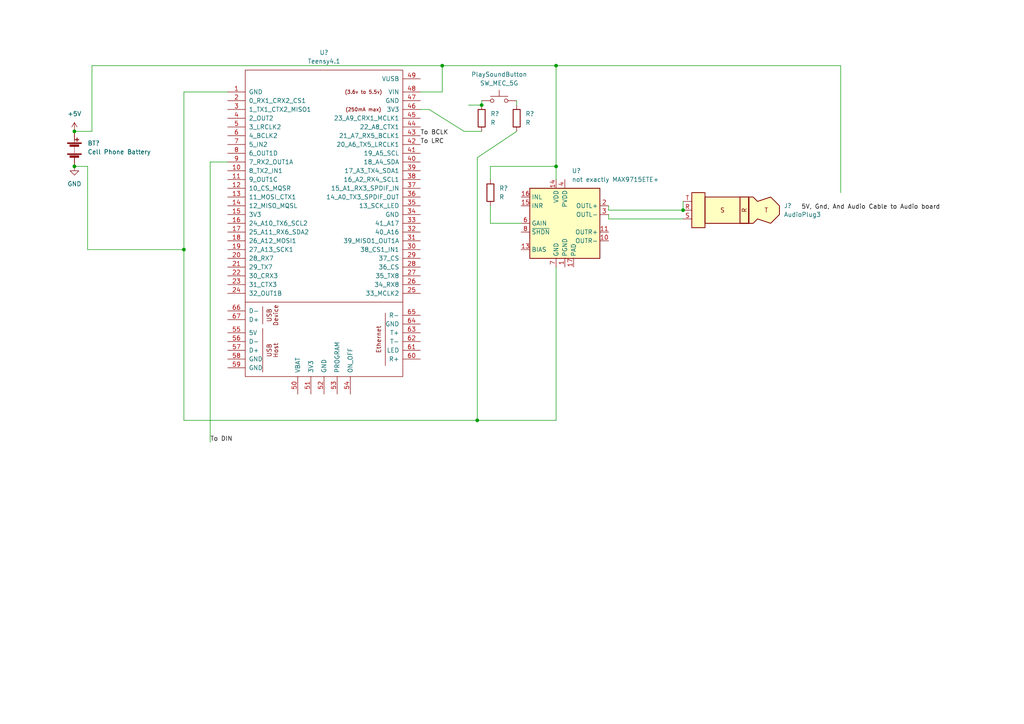
<source format=kicad_sch>
(kicad_sch (version 20211123) (generator eeschema)
  (paper "A4")
  (lib_symbols
    (symbol "Amplifier_Audio:MAX9715ETE+"
      (property "Reference" "U" (at -7.62 11.43 0))
      (property "Value" "MAX9715ETE+" (at 8.89 11.43 0))
      (symbol "MAX9715ETE+_0_1"
        (rectangle (start -10.16 10.16) (end 10.16 -10.16) (stroke (width 0.254)) (fill (type background)))
      )
      (symbol "MAX9715ETE+_1_1"
        (pin power_in line (at 0 -12.7 90) (length 2.54) (name "PGND") (number "1"))
        (pin output line (at 12.7 -5.08 180) (length 2.54) (name "OUTR-") (number "10"))
        (pin output line (at 12.7 -2.54 180) (length 2.54) (name "OUTR+") (number "11"))
        (pin passive line (at 0 -12.7 90) (length 2.54) hide (name "PGND") (number "12"))
        (pin passive line (at -12.7 -7.62 0) (length 2.54) (name "BIAS") (number "13"))
        (pin power_in line (at -2.54 12.7 270) (length 2.54) (name "VDD") (number "14"))
        (pin input line (at -12.7 5.08 0) (length 2.54) (name "INR") (number "15"))
        (pin input line (at -12.7 7.62 0) (length 2.54) (name "INL") (number "16"))
        (pin passive line (at 2.54 -12.7 90) (length 2.54) (name "PAD") (number "17"))
        (pin output line (at 12.7 5.08 180) (length 2.54) (name "OUTL+") (number "2"))
        (pin output line (at 12.7 2.54 180) (length 2.54) (name "OUTL-") (number "3"))
        (pin power_in line (at 0 12.7 270) (length 2.54) (name "PVDD") (number "4"))
        (pin no_connect line (at 12.7 0 180) (length 2.54) hide (name "NC") (number "5"))
        (pin input line (at -12.7 0 0) (length 2.54) (name "GAIN") (number "6"))
        (pin power_in line (at -2.54 -12.7 90) (length 2.54) (name "GND") (number "7"))
        (pin input line (at -12.7 -2.54 0) (length 2.54) (name "~{SHDN}") (number "8"))
        (pin passive line (at 0 12.7 270) (length 2.54) hide (name "PVDD") (number "9"))
      )
    )
    (symbol "Connector:AudioPlug3"
      (property "Reference" "J" (at 1.27 6.35 0))
      (property "Value" "AudioPlug3" (at 1.27 -6.35 0))
      (symbol "AudioPlug3_0_0"
        (text "R" (at -2.54 0 900) (effects (font (size 1.27 1.27))))
      )
      (symbol "AudioPlug3_0_1"
        (rectangle (start -3.81 3.81) (end -1.27 -3.81) (stroke (width 0.254)))
        (rectangle (start -1.27 -1.27) (end -1.27 -1.27))
      )
      (symbol "AudioPlug3_1_0"
        (text "S" (at 3.81 0 0) (effects (font (size 1.27 1.27))))
        (text "T" (at -8.89 0 0) (effects (font (size 1.27 1.27))))
      )
      (symbol "AudioPlug3_1_1"
        (rectangle (start -3.81 3.81) (end 8.89 -3.81) (stroke (width 0.254)) (fill (type background)))
        (polyline (pts (xy -3.81 3.81) (xy -5.08 3.81) (xy -6.35 2.54) (xy -10.16 3.81) (xy -12.7 1.27) (xy -12.7 -1.27) (xy -10.16 -3.81) (xy -6.35 -2.54) (xy -5.08 -3.81) (xy -3.81 -3.81) (xy -3.81 3.81)) (stroke (width 0.254)) (fill (type background)))
        (rectangle (start 12.7 5.08) (end 8.89 -5.08) (stroke (width 0.254)) (fill (type background)))
        (pin passive line (at 15.24 0 180) (length 2.54) (name "~") (number "R"))
        (pin passive line (at 15.24 2.54 180) (length 2.54) (name "~") (number "S"))
        (pin passive line (at 15.24 -2.54 180) (length 2.54) (name "~") (number "T"))
      )
    )
    (symbol "Device:Battery" (pin_numbers hide) (pin_names (offset 0) hide)
      (property "Reference" "BT" (at 2.54 2.54 0))
      (property "Value" "Battery" (at 2.54 0 0))
      (symbol "Battery_0_1"
        (rectangle (start -2.032 -1.397) (end 2.032 -1.651) (fill (type outline)))
        (rectangle (start -2.032 1.778) (end 2.032 1.524) (fill (type outline)))
        (rectangle (start -1.3208 -1.9812) (end 1.27 -2.4892) (fill (type outline)))
        (rectangle (start -1.3208 1.1938) (end 1.27 0.6858) (fill (type outline)))
        (polyline (pts (xy 0 -1.524) (xy 0 -1.27)))
        (polyline (pts (xy 0 -1.016) (xy 0 -0.762)))
        (polyline (pts (xy 0 -0.508) (xy 0 -0.254)))
        (polyline (pts (xy 0 0) (xy 0 0.254)))
        (polyline (pts (xy 0 0.508) (xy 0 0.762)))
        (polyline (pts (xy 0 1.778) (xy 0 2.54)))
        (polyline (pts (xy 0.254 2.667) (xy 1.27 2.667)) (stroke (width 0.254)))
        (polyline (pts (xy 0.762 3.175) (xy 0.762 2.159)) (stroke (width 0.254)))
      )
      (symbol "Battery_1_1"
        (pin passive line (at 0 5.08 270) (length 2.54) (name "+") (number "1"))
        (pin passive line (at 0 -5.08 90) (length 2.54) (name "-") (number "2"))
      )
    )
    (symbol "Device:R" (pin_numbers hide) (pin_names (offset 0))
      (property "Reference" "R" (at 2.032 0 90))
      (property "Value" "R" (at 0 0 90))
      (symbol "R_0_1"
        (rectangle (start -1.016 -2.54) (end 1.016 2.54) (stroke (width 0.254)))
      )
      (symbol "R_1_1"
        (pin passive line (at 0 3.81 270) (length 1.27) (name "~") (number "1"))
        (pin passive line (at 0 -3.81 90) (length 1.27) (name "~") (number "2"))
      )
    )
    (symbol "Switch:SW_MEC_5G" (pin_numbers hide) (pin_names (offset 1.016) hide)
      (property "Reference" "SW" (at 1.27 2.54 0))
      (property "Value" "SW_MEC_5G" (at 0 -1.524 0))
      (symbol "SW_MEC_5G_0_1"
        (circle (center -2.032 0) (radius 0.508))
        (polyline (pts (xy 0 1.27) (xy 0 3.048)))
        (polyline (pts (xy 2.54 1.27) (xy -2.54 1.27)))
        (circle (center 2.032 0) (radius 0.508))
        (pin passive line (at -5.08 0 0) (length 2.54) (name "A") (number "1"))
        (pin passive line (at 5.08 0 180) (length 2.54) (name "B") (number "3"))
      )
      (symbol "SW_MEC_5G_1_1"
        (pin passive line (at -5.08 0 0) (length 2.54) hide (name "A") (number "2"))
        (pin passive line (at 5.08 0 180) (length 2.54) hide (name "B") (number "4"))
      )
    )
    (symbol "power:+5V" (power) (pin_names (offset 0))
      (property "Value" "+5V" (at 0 3.556 0))
      (symbol "+5V_0_1"
        (polyline (pts (xy -0.762 1.27) (xy 0 2.54)))
        (polyline (pts (xy 0 0) (xy 0 2.54)))
        (polyline (pts (xy 0 2.54) (xy 0.762 1.27)))
      )
      (symbol "+5V_1_1"
        (pin power_in line (at 0 0 90) (length 0) hide (name "+5V") (number "1"))
      )
    )
    (symbol "power:GND" (power) (pin_names (offset 0))
      (property "Value" "GND" (at 0 -3.81 0))
      (symbol "GND_0_1"
        (polyline (pts (xy 0 0) (xy 0 -1.27) (xy 1.27 -1.27) (xy 0 -2.54) (xy -1.27 -1.27) (xy 0 -1.27)))
      )
      (symbol "GND_1_1"
        (pin power_in line (at 0 0 270) (length 0) hide (name "GND") (number "1"))
      )
    )
    (symbol "teensy:Teensy4.1" (pin_names (offset 1.016))
      (property "Reference" "U" (at 0 64.77 0))
      (property "Value" "Teensy4.1" (at 0 62.23 0))
      (symbol "Teensy4.1_0_0"
        (polyline (pts (xy -22.86 -6.35) (xy 22.86 -6.35)))
        (polyline (pts (xy -17.78 -26.67) (xy -17.78 -13.97)))
        (polyline (pts (xy -17.78 -7.62) (xy -17.78 -12.7)))
        (polyline (pts (xy 17.78 -9.525) (xy 17.78 -24.765)))
        (text "(250mA max)" (at 11.43 49.53 0) (effects (font (size 1.016 1.016))))
        (text "(3.6v to 5.5v)" (at 11.43 54.61 0) (effects (font (size 1.016 1.016))))
        (text "Device" (at -13.97 -10.16 900) (effects (font (size 1.27 1.27))))
        (text "Ethernet" (at 15.875 -17.145 900) (effects (font (size 1.27 1.27))))
        (text "Host" (at -13.97 -20.32 900) (effects (font (size 1.27 1.27))))
        (text "USB" (at -15.875 -20.32 900) (effects (font (size 1.27 1.27))))
        (text "USB" (at -15.875 -10.16 900) (effects (font (size 1.27 1.27))))
        (pin bidirectional line (at -27.94 31.75 0) (length 5.08) (name "8_TX2_IN1") (number "10"))
        (pin bidirectional line (at -27.94 29.21 0) (length 5.08) (name "9_OUT1C") (number "11"))
        (pin bidirectional line (at -27.94 26.67 0) (length 5.08) (name "10_CS_MQSR") (number "12"))
        (pin bidirectional line (at -27.94 24.13 0) (length 5.08) (name "11_MOSI_CTX1") (number "13"))
        (pin bidirectional line (at -27.94 21.59 0) (length 5.08) (name "12_MISO_MQSL") (number "14"))
        (pin power_in line (at -27.94 19.05 0) (length 5.08) (name "3V3") (number "15"))
        (pin bidirectional line (at -27.94 16.51 0) (length 5.08) (name "24_A10_TX6_SCL2") (number "16"))
        (pin bidirectional line (at -27.94 13.97 0) (length 5.08) (name "25_A11_RX6_SDA2") (number "17"))
        (pin bidirectional line (at -27.94 11.43 0) (length 5.08) (name "26_A12_MOSI1") (number "18"))
        (pin bidirectional line (at -27.94 8.89 0) (length 5.08) (name "27_A13_SCK1") (number "19"))
        (pin bidirectional line (at -27.94 6.35 0) (length 5.08) (name "28_RX7") (number "20"))
        (pin bidirectional line (at -27.94 3.81 0) (length 5.08) (name "29_TX7") (number "21"))
        (pin bidirectional line (at -27.94 1.27 0) (length 5.08) (name "30_CRX3") (number "22"))
        (pin bidirectional line (at -27.94 -1.27 0) (length 5.08) (name "31_CTX3") (number "23"))
        (pin bidirectional line (at -27.94 -3.81 0) (length 5.08) (name "32_OUT1B") (number "24"))
        (pin bidirectional line (at 27.94 -3.81 180) (length 5.08) (name "33_MCLK2") (number "25"))
        (pin bidirectional line (at 27.94 -1.27 180) (length 5.08) (name "34_RX8") (number "26"))
        (pin bidirectional line (at 27.94 1.27 180) (length 5.08) (name "35_TX8") (number "27"))
        (pin bidirectional line (at 27.94 3.81 180) (length 5.08) (name "36_CS") (number "28"))
        (pin bidirectional line (at 27.94 6.35 180) (length 5.08) (name "37_CS") (number "29"))
        (pin bidirectional line (at 27.94 8.89 180) (length 5.08) (name "38_CS1_IN1") (number "30"))
        (pin bidirectional line (at 27.94 11.43 180) (length 5.08) (name "39_MISO1_OUT1A") (number "31"))
        (pin bidirectional line (at 27.94 13.97 180) (length 5.08) (name "40_A16") (number "32"))
        (pin bidirectional line (at 27.94 16.51 180) (length 5.08) (name "41_A17") (number "33"))
        (pin bidirectional line (at 27.94 21.59 180) (length 5.08) (name "13_SCK_LED") (number "35"))
        (pin bidirectional line (at 27.94 24.13 180) (length 5.08) (name "14_A0_TX3_SPDIF_OUT") (number "36"))
        (pin bidirectional line (at 27.94 26.67 180) (length 5.08) (name "15_A1_RX3_SPDIF_IN") (number "37"))
        (pin bidirectional line (at 27.94 29.21 180) (length 5.08) (name "16_A2_RX4_SCL1") (number "38"))
        (pin bidirectional line (at 27.94 31.75 180) (length 5.08) (name "17_A3_TX4_SDA1") (number "39"))
        (pin bidirectional line (at 27.94 34.29 180) (length 5.08) (name "18_A4_SDA") (number "40"))
        (pin bidirectional line (at 27.94 36.83 180) (length 5.08) (name "19_A5_SCL") (number "41"))
        (pin bidirectional line (at 27.94 39.37 180) (length 5.08) (name "20_A6_TX5_LRCLK1") (number "42"))
        (pin bidirectional line (at 27.94 41.91 180) (length 5.08) (name "21_A7_RX5_BCLK1") (number "43"))
        (pin bidirectional line (at 27.94 44.45 180) (length 5.08) (name "22_A8_CTX1") (number "44"))
        (pin bidirectional line (at 27.94 46.99 180) (length 5.08) (name "23_A9_CRX1_MCLK1") (number "45"))
        (pin output line (at 27.94 49.53 180) (length 5.08) (name "3V3") (number "46"))
        (pin output line (at 27.94 52.07 180) (length 5.08) (name "GND") (number "47"))
        (pin power_in line (at 27.94 54.61 180) (length 5.08) (name "VIN") (number "48"))
        (pin power_out line (at 27.94 58.42 180) (length 5.08) (name "VUSB") (number "49"))
        (pin bidirectional line (at -27.94 44.45 0) (length 5.08) (name "3_LRCLK2") (number "5"))
        (pin power_in line (at -7.62 -33.02 90) (length 5.08) (name "VBAT") (number "50"))
        (pin power_in line (at -3.81 -33.02 90) (length 5.08) (name "3V3") (number "51"))
        (pin input line (at 0 -33.02 90) (length 5.08) (name "GND") (number "52"))
        (pin input line (at 3.81 -33.02 90) (length 5.08) (name "PROGRAM") (number "53"))
        (pin input line (at 7.62 -33.02 90) (length 5.08) (name "ON_OFF") (number "54"))
        (pin power_out line (at -27.94 -15.24 0) (length 5.08) (name "5V") (number "55"))
        (pin bidirectional line (at -27.94 -17.78 0) (length 5.08) (name "D-") (number "56"))
        (pin bidirectional line (at -27.94 -20.32 0) (length 5.08) (name "D+") (number "57"))
        (pin power_in line (at -27.94 -22.86 0) (length 5.08) (name "GND") (number "58"))
        (pin power_in line (at -27.94 -25.4 0) (length 5.08) (name "GND") (number "59"))
        (pin bidirectional line (at -27.94 41.91 0) (length 5.08) (name "4_BCLK2") (number "6"))
        (pin bidirectional line (at 27.94 -22.86 180) (length 5.08) (name "R+") (number "60"))
        (pin bidirectional line (at 27.94 -20.32 180) (length 5.08) (name "LED") (number "61"))
        (pin bidirectional line (at 27.94 -17.78 180) (length 5.08) (name "T-") (number "62"))
        (pin bidirectional line (at 27.94 -15.24 180) (length 5.08) (name "T+") (number "63"))
        (pin power_in line (at 27.94 -12.7 180) (length 5.08) (name "GND") (number "64"))
        (pin bidirectional line (at 27.94 -10.16 180) (length 5.08) (name "R-") (number "65"))
        (pin bidirectional line (at -27.94 -8.89 0) (length 5.08) (name "D-") (number "66"))
        (pin bidirectional line (at -27.94 -11.43 0) (length 5.08) (name "D+") (number "67"))
        (pin bidirectional line (at -27.94 39.37 0) (length 5.08) (name "5_IN2") (number "7"))
        (pin bidirectional line (at -27.94 36.83 0) (length 5.08) (name "6_OUT1D") (number "8"))
        (pin bidirectional line (at -27.94 34.29 0) (length 5.08) (name "7_RX2_OUT1A") (number "9"))
      )
      (symbol "Teensy4.1_0_1"
        (rectangle (start -22.86 60.96) (end 22.86 -27.94))
        (rectangle (start -20.32 -1.27) (end -20.32 -1.27))
      )
      (symbol "Teensy4.1_1_1"
        (pin power_in line (at -27.94 54.61 0) (length 5.08) (name "GND") (number "1"))
        (pin bidirectional line (at -27.94 52.07 0) (length 5.08) (name "0_RX1_CRX2_CS1") (number "2"))
        (pin bidirectional line (at -27.94 49.53 0) (length 5.08) (name "1_TX1_CTX2_MISO1") (number "3"))
        (pin power_in line (at 27.94 19.05 180) (length 5.08) (name "GND") (number "34"))
        (pin bidirectional line (at -27.94 46.99 0) (length 5.08) (name "2_OUT2") (number "4"))
      )
    )
  )
  (junction (at 53.34 72.39))
  (junction (at 161.29 19.05))
  (junction (at 139.7 30.48))
  (junction (at 161.29 48.26))
  (junction (at 21.59 38.1))
  (junction (at 128.27 19.05))
  (junction (at 138.43 121.92))
  (junction (at 21.59 48.26))
  (junction (at 198.12 60.96))
  (wire (pts (xy 139.7 38.1) (xy 134.62 38.1)))
  (wire (pts (xy 25.4 48.26) (xy 21.59 48.26)))
  (wire (pts (xy 198.12 60.96) (xy 198.12 58.42)))
  (wire (pts (xy 198.12 63.5) (xy 176.53 63.5)))
  (wire (pts (xy 243.84 19.05) (xy 243.84 55.88)))
  (wire (pts (xy 151.13 64.77) (xy 142.24 64.77)))
  (wire (pts (xy 128.27 19.05) (xy 26.67 19.05)))
  (wire (pts (xy 53.34 121.92) (xy 138.43 121.92)))
  (wire (pts (xy 128.27 26.67) (xy 128.27 19.05)))
  (wire (pts (xy 149.86 29.21) (xy 149.86 30.48)))
  (wire (pts (xy 26.67 38.1) (xy 21.59 38.1)))
  (wire (pts (xy 138.43 121.92) (xy 161.29 121.92)))
  (wire (pts (xy 53.34 26.67) (xy 53.34 72.39)))
  (wire (pts (xy 139.7 29.21) (xy 139.7 30.48)))
  (wire (pts (xy 121.92 26.67) (xy 128.27 26.67)))
  (wire (pts (xy 138.43 45.72) (xy 138.43 121.92)))
  (wire (pts (xy 124.46 31.75) (xy 121.92 31.75)))
  (wire (pts (xy 142.24 59.69) (xy 142.24 64.77)))
  (wire (pts (xy 142.24 48.26) (xy 161.29 48.26)))
  (wire (pts (xy 26.67 19.05) (xy 26.67 38.1)))
  (wire (pts (xy 176.53 63.5) (xy 176.53 62.23)))
  (wire (pts (xy 134.62 38.1) (xy 124.46 31.75)))
  (wire (pts (xy 25.4 72.39) (xy 53.34 72.39)))
  (wire (pts (xy 53.34 72.39) (xy 53.34 121.92)))
  (wire (pts (xy 161.29 19.05) (xy 243.84 19.05)))
  (wire (pts (xy 161.29 19.05) (xy 161.29 48.26)))
  (wire (pts (xy 142.24 52.07) (xy 142.24 48.26)))
  (wire (pts (xy 66.04 46.99) (xy 60.96 46.99)))
  (wire (pts (xy 176.53 60.96) (xy 198.12 60.96)))
  (wire (pts (xy 138.43 45.72) (xy 149.86 38.1)))
  (wire (pts (xy 128.27 19.05) (xy 161.29 19.05)))
  (wire (pts (xy 161.29 48.26) (xy 161.29 52.07)))
  (wire (pts (xy 66.04 26.67) (xy 53.34 26.67)))
  (wire (pts (xy 60.96 46.99) (xy 60.96 128.27)))
  (wire (pts (xy 161.29 121.92) (xy 161.29 77.47)))
  (wire (pts (xy 176.53 60.96) (xy 176.53 59.69)))
  (wire (pts (xy 139.7 30.48) (xy 135.89 30.48)))
  (wire (pts (xy 25.4 48.26) (xy 25.4 72.39)))
  (label "To LRC" (at 121.92 41.91 0))
  (label "5V, Gnd, And Audio Cable to Audio board" (at 232.41 60.96 0))
  (label "To DIN" (at 60.96 128.27 0))
  (label "To BCLK" (at 121.92 39.37 0))
  (symbol (lib_id "power:+5V") (at 21.59 38.1 0) (unit 1)
    (property "Reference" "#PWR?" (effects hide))
    (property "Value" "+5V" (at 21.59 33.02 0))
  )
  (symbol (lib_id "Switch:SW_MEC_5G") (at 144.78 29.21 0) (unit 1)
    (property "Reference" "PlaySoundButton" (at 144.78 21.59 0))
    (property "Value" "SW_MEC_5G" (at 144.78 24.13 0))
    (property "Datasheet" "http://www.apem.com/int/index.php?controller=attachment&id_attachment=488" (effects hide))
  )
  (symbol (lib_id "Device:R") (at 149.86 34.29 0) (unit 1)
    (property "Reference" "R?" (at 152.4 33.0199 0) (effects (justify left)))
    (property "Value" "R" (at 152.4 35.5599 0) (effects (justify left)))
  )
  (symbol (lib_id "Connector:AudioPlug3") (at 213.36 60.96 180) (unit 1)
    (property "Reference" "J?" (at 227.33 59.6899 0) (effects (justify right)))
    (property "Value" "AudioPlug3" (at 227.33 62.2299 0) (effects (justify right)))
  )
  (symbol (lib_id "Device:R") (at 142.24 55.88 0) (unit 1)
    (property "Reference" "R?" (at 144.78 54.6099 0) (effects (justify left)))
    (property "Value" "R" (at 144.78 57.1499 0) (effects (justify left)))
  )
  (symbol (lib_id "power:GND") (at 21.59 48.26 0) (unit 1)
    (property "Reference" "#PWR?" (effects hide))
    (property "Value" "GND" (at 21.59 53.34 0))
  )
  (symbol (lib_id "Device:Battery") (at 21.59 43.18 0) (unit 1)
    (property "Reference" "BT?" (at 25.4 41.5289 0) (effects (justify left)))
    (property "Value" "Cell Phone Battery" (at 25.4 44.0689 0) (effects (justify left)))
  )
  (symbol (lib_id "teensy:Teensy4.1") (at 93.98 81.28 0) (unit 1)
    (property "Reference" "U?" (at 93.98 15.24 0))
    (property "Value" "Teensy4.1" (at 93.98 17.78 0))
  )
  (symbol (lib_id "Device:R") (at 139.7 34.29 0) (unit 1)
    (property "Reference" "R?" (at 142.24 33.0199 0) (effects (justify left)))
    (property "Value" "R" (at 142.24 35.5599 0) (effects (justify left)))
  )
  (symbol (lib_id "Amplifier_Audio:MAX9715ETE+") (at 163.83 64.77 0) (unit 1)
    (property "Reference" "U?" (at 165.8494 49.53 0) (effects (justify left)))
    (property "Value" "not exactly MAX9715ETE+" (at 165.8494 52.07 0) (effects (justify left)))
    (property "Footprint" "Package_DFN_QFN:TQFN-16-1EP_5x5mm_P0.8mm_EP3.1x3.1mm" (effects hide))
    (property "Datasheet" "https://datasheets.maximintegrated.com/en/ds/MAX9715.pdf" (effects hide))
  )
)
</source>
